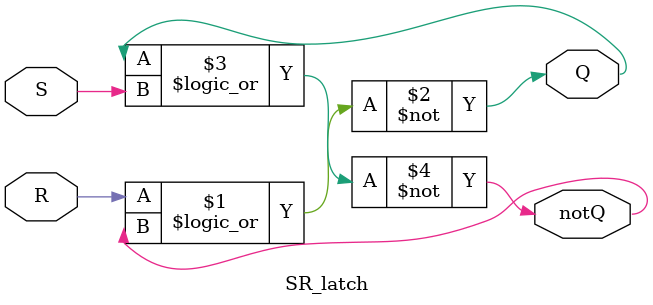
<source format=v>
module SR_latch(Q,notQ,S,R);

    output wire Q,notQ;
    input wire S,R;

    assign Q=~(R||notQ);
    assign notQ=~(Q||S);
    


endmodule









</source>
